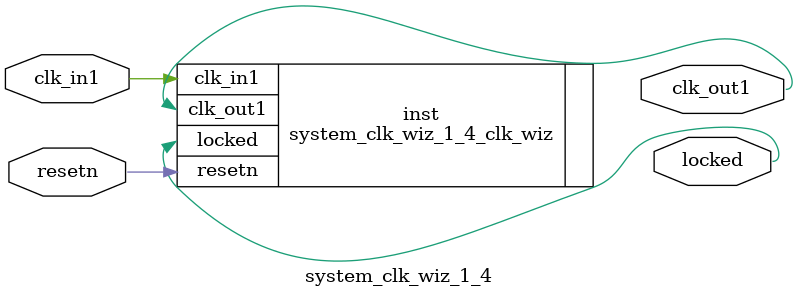
<source format=v>


`timescale 1ps/1ps

(* CORE_GENERATION_INFO = "system_clk_wiz_1_4,clk_wiz_v6_0_1_0_0,{component_name=system_clk_wiz_1_4,use_phase_alignment=true,use_min_o_jitter=false,use_max_i_jitter=false,use_dyn_phase_shift=false,use_inclk_switchover=false,use_dyn_reconfig=false,enable_axi=0,feedback_source=FDBK_AUTO,PRIMITIVE=MMCM,num_out_clk=1,clkin1_period=10.000,clkin2_period=10.000,use_power_down=false,use_reset=true,use_locked=true,use_inclk_stopped=false,feedback_type=SINGLE,CLOCK_MGR_TYPE=NA,manual_override=false}" *)

module system_clk_wiz_1_4 
 (
  // Clock out ports
  output        clk_out1,
  // Status and control signals
  input         resetn,
  output        locked,
 // Clock in ports
  input         clk_in1
 );

  system_clk_wiz_1_4_clk_wiz inst
  (
  // Clock out ports  
  .clk_out1(clk_out1),
  // Status and control signals               
  .resetn(resetn), 
  .locked(locked),
 // Clock in ports
  .clk_in1(clk_in1)
  );

endmodule

</source>
